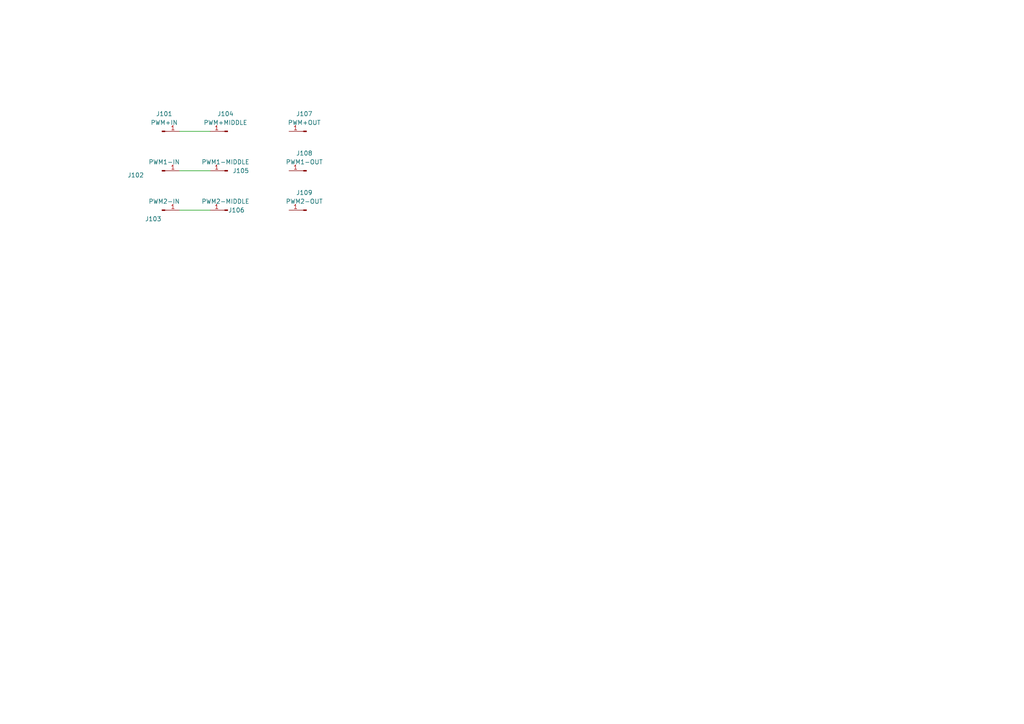
<source format=kicad_sch>
(kicad_sch (version 20230121) (generator eeschema)
  (paper "A4")
  (lib_symbols
    (symbol "Connector:Conn_01x01_Pin" (pin_names (offset 1.016) hide)
      (property "Reference" "J" (at 0 2.54 0))
      (property "Value" "Conn_01x01_Pin" (at 0 -2.54 0))
      (symbol "Conn_01x01_Pin_1_1"
        (polyline (pts (xy 1.27 0) (xy 0.8636 0)) (stroke (width 0.1524)))
        (rectangle (start 0.8636 0.127) (end 0 -0.127) (stroke (width 0.1524)) (fill (type outline)))
        (pin passive line (at 5.08 0 180) (length 3.81) (name "Pin_1") (number "1"))
      )
    )
  )
  (wire (pts (xy 52.07 60.96) (xy 60.96 60.96)))
  (wire (pts (xy 52.07 49.53) (xy 60.96 49.53)))
  (wire (pts (xy 52.07 38.1) (xy 60.96 38.1)))
  (symbol (lib_id "Connector:Conn_01x01_Pin") (at 66.04 60.96 180) (unit 1)
    (property "Reference" "J106" (at 68.58 60.96 0))
    (property "Value" "PWM2-MIDDLE" (at 65.405 58.42 0))
    (property "Footprint" "my_small_pad:my_small_pad" (effects hide))
  )
  (symbol (lib_id "Connector:Conn_01x01_Pin") (at 46.99 60.96 0) (unit 1)
    (property "Reference" "J103" (at 44.45 63.5 0))
    (property "Value" "PWM2-IN" (at 47.625 58.42 0))
    (property "Footprint" "MyPinSocket:MyPinSocket" (effects hide))
  )
  (symbol (lib_id "Connector:Conn_01x01_Pin") (at 88.9 38.1 180) (unit 1)
    (property "Reference" "J107" (at 88.265 33.02 0))
    (property "Value" "PWM+OUT" (at 88.265 35.56 0))
    (property "Footprint" "my_small_pad:my_small_pad" (effects hide))
  )
  (symbol (lib_id "Connector:Conn_01x01_Pin") (at 66.04 38.1 180) (unit 1)
    (property "Reference" "J104" (at 65.405 33.02 0))
    (property "Value" "PWM+MIDDLE" (at 65.405 35.56 0))
    (property "Footprint" "my_small_pad:my_small_pad" (effects hide))
  )
  (symbol (lib_id "Connector:Conn_01x01_Pin") (at 88.9 49.53 180) (unit 1)
    (property "Reference" "J108" (at 88.265 44.45 0))
    (property "Value" "PWM1-OUT" (at 88.265 46.99 0))
    (property "Footprint" "my_small_pad:my_small_pad" (effects hide))
  )
  (symbol (lib_id "Connector:Conn_01x01_Pin") (at 88.9 60.96 180) (unit 1)
    (property "Reference" "J109" (at 88.265 55.88 0))
    (property "Value" "PWM2-OUT" (at 88.265 58.42 0))
    (property "Footprint" "my_small_pad:my_small_pad" (effects hide))
  )
  (symbol (lib_id "Connector:Conn_01x01_Pin") (at 46.99 49.53 0) (unit 1)
    (property "Reference" "J102" (at 39.37 50.8 0))
    (property "Value" "PWM1-IN" (at 47.625 46.99 0))
    (property "Footprint" "MyPinSocket:MyPinSocket" (effects hide))
  )
  (symbol (lib_id "Connector:Conn_01x01_Pin") (at 66.04 49.53 180) (unit 1)
    (property "Reference" "J105" (at 69.85 49.53 0))
    (property "Value" "PWM1-MIDDLE" (at 65.405 46.99 0))
    (property "Footprint" "my_small_pad:my_small_pad" (effects hide))
  )
  (symbol (lib_id "Connector:Conn_01x01_Pin") (at 46.99 38.1 0) (unit 1)
    (property "Reference" "J101" (at 47.625 33.02 0))
    (property "Value" "PWM+IN" (at 47.625 35.56 0))
    (property "Footprint" "MyPinSocket:MyPinSocket" (effects hide))
  )
)
</source>
